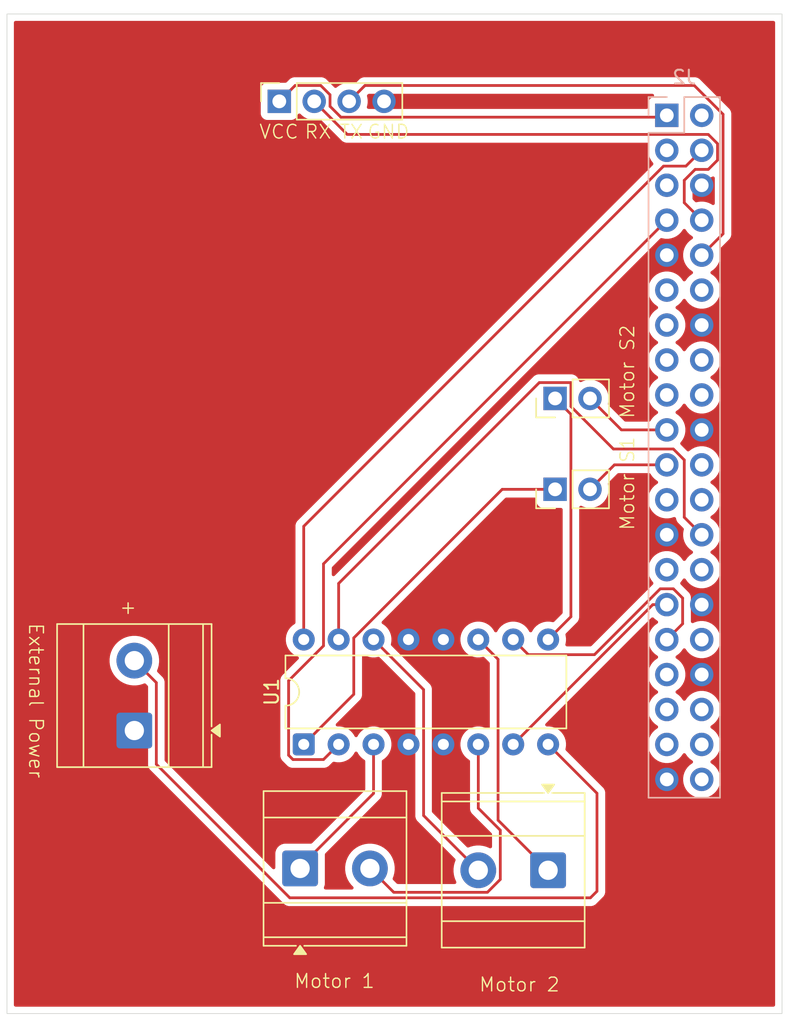
<source format=kicad_pcb>
(kicad_pcb (version 20241229) (generator "pcbnew") (generator_version "9.0")
  (layers (0 "F.Cu" signal) (2 "B.Cu" signal) (13 "F.Paste" user) (15 "B.Paste" user) (5 "F.SilkS" user "F.Silkscreen") (7 "B.SilkS" user "B.Silkscreen") (1 "F.Mask" user) (3 "B.Mask" user) (25 "Edge.Cuts" user))
  (net 0 "")
  (net 1 "GND")
  (net 2 "Net-(J8-Pin_2)")
  (net 3 "Net-(J9-Pin_1)")
  (net 4 "Net-(J9-Pin_2)")
  (net 5 "Net-(J10-Pin_2)")
  (net 6 "Net-(J10-Pin_1)")
  (net 7 "IN 3")
  (net 8 "Motor S1")
  (net 9 "Motor S2")
  (net 10 "IN 2")
  (net 11 "IN 1")
  (net 12 "Net-(U1-VCC1)")
  (net 13 "IN 4")
  (net 14 "Net-(J1-Pin_3)")
  (net 15 "Net-(J1-Pin_1)")
  (net 16 "Net-(J1-Pin_2)")
  (net 19 "Net-(J2-MISO_SPI0{slash}GPIO09)")
  (net 20 "Net-(J2-MOSI_SPI0{slash}GPIO10)")
  (footprint "Connector_PinHeader_2.54mm:PinHeader_1x02_P2.54mm_Vertical" (layer "F.Cu") (at 192.786 82.55 90)
    (property "Reference" "J6" (hide yes))
    (property "Value" "speed 1" (hide yes))
    (fp_line (start -1.38 -1.38) (end 0 -1.38) (stroke (width 0.12)) (layer "F.SilkS"))
    (fp_line (start -1.38 0) (end -1.38 -1.38) (stroke (width 0.12)) (layer "F.SilkS"))
    (fp_line (start 1.38 1.27) (end 1.38 3.92) (stroke (width 0.12)) (layer "F.SilkS"))
    (fp_line (start -1.38 1.27) (end 1.38 1.27) (stroke (width 0.12)) (layer "F.SilkS"))
    (fp_line (start -1.38 1.27) (end -1.38 3.92) (stroke (width 0.12)) (layer "F.SilkS"))
    (fp_line (start -1.38 3.92) (end 1.38 3.92) (stroke (width 0.12)) (layer "F.SilkS"))
    (pad "1" thru_hole rect (at 0 0 90) (size 1.7 1.7) (drill 1) (layers "*.Cu" "*.Mask") (net 8 "Motor S1"))
    (pad "2" thru_hole circle (at 0 2.54 90) (size 1.7 1.7) (drill 1) (layers "*.Cu" "*.Mask") (net 19 "Net-(J2-MISO_SPI0{slash}GPIO09)"))
  )
  (footprint "Connector_PinHeader_2.54mm:PinHeader_1x02_P2.54mm_Vertical" (layer "F.Cu") (at 192.786 75.946 90)
    (property "Reference" "J7" (hide yes))
    (property "Value" "speed 2" (hide yes))
    (fp_line (start -1.38 -1.38) (end 0 -1.38) (stroke (width 0.12)) (layer "F.SilkS"))
    (fp_line (start -1.38 0) (end -1.38 -1.38) (stroke (width 0.12)) (layer "F.SilkS"))
    (fp_line (start 1.38 1.27) (end 1.38 3.92) (stroke (width 0.12)) (layer "F.SilkS"))
    (fp_line (start -1.38 1.27) (end 1.38 1.27) (stroke (width 0.12)) (layer "F.SilkS"))
    (fp_line (start -1.38 1.27) (end -1.38 3.92) (stroke (width 0.12)) (layer "F.SilkS"))
    (fp_line (start -1.38 3.92) (end 1.38 3.92) (stroke (width 0.12)) (layer "F.SilkS"))
    (pad "1" thru_hole rect (at 0 0 90) (size 1.7 1.7) (drill 1) (layers "*.Cu" "*.Mask") (net 9 "Motor S2"))
    (pad "2" thru_hole circle (at 0 2.54 90) (size 1.7 1.7) (drill 1) (layers "*.Cu" "*.Mask") (net 20 "Net-(J2-MOSI_SPI0{slash}GPIO10)"))
  )
  (footprint "Package_DIP:DIP-16_W7.62mm" (layer "F.Cu") (at 174.498 101.087 90)
    (property "Reference" "U1" (at 3.81 -2.33 90) (layer "F.SilkS"))
    (property "Value" "L293D")
    (fp_line (start 6.46 -1.33) (end 4.81 -1.33) (stroke (width 0.12)) (layer "F.SilkS"))
    (fp_line (start 2.81 -1.33) (end 1.16 -1.33) (stroke (width 0.12)) (layer "F.SilkS"))
    (fp_line (start 1.16 -1.33) (end 1.16 19.11) (stroke (width 0.12)) (layer "F.SilkS"))
    (fp_line (start 6.46 19.11) (end 6.46 -1.33) (stroke (width 0.12)) (layer "F.SilkS"))
    (fp_line (start 1.16 19.11) (end 6.46 19.11) (stroke (width 0.12)) (layer "F.SilkS"))
    (fp_arc (start 4.81 -1.33) (mid 3.81 -0.33) (end 2.81 -1.33) (stroke (width 0.12)) (layer "F.SilkS"))
    (pad "1" thru_hole roundrect (at 0 0 90) (size 1.6 1.6) (drill 0.8) (layers "*.Cu" "*.Mask") (roundrect_rratio 0.15625) (net 8 "Motor S1"))
    (pad "2" thru_hole circle (at 0 2.54 90) (size 1.6 1.6) (drill 0.8) (layers "*.Cu" "*.Mask") (net 11 "IN 1"))
    (pad "3" thru_hole circle (at 0 5.08 90) (size 1.6 1.6) (drill 0.8) (layers "*.Cu" "*.Mask") (net 3 "Net-(J9-Pin_1)"))
    (pad "4" thru_hole circle (at 0 7.62 90) (size 1.6 1.6) (drill 0.8) (layers "*.Cu" "*.Mask") (net 1 "GND"))
    (pad "5" thru_hole circle (at 0 10.16 90) (size 1.6 1.6) (drill 0.8) (layers "*.Cu" "*.Mask") (net 1 "GND"))
    (pad "6" thru_hole circle (at 0 12.7 90) (size 1.6 1.6) (drill 0.8) (layers "*.Cu" "*.Mask") (net 4 "Net-(J9-Pin_2)"))
    (pad "7" thru_hole circle (at 0 15.24 90) (size 1.6 1.6) (drill 0.8) (layers "*.Cu" "*.Mask") (net 10 "IN 2"))
    (pad "8" thru_hole circle (at 0 17.78 90) (size 1.6 1.6) (drill 0.8) (layers "*.Cu" "*.Mask") (net 2 "Net-(J8-Pin_2)"))
    (pad "9" thru_hole circle (at 7.62 17.78 90) (size 1.6 1.6) (drill 0.8) (layers "*.Cu" "*.Mask") (net 9 "Motor S2"))
    (pad "10" thru_hole circle (at 7.62 15.24 90) (size 1.6 1.6) (drill 0.8) (layers "*.Cu" "*.Mask") (net 7 "IN 3"))
    (pad "11" thru_hole circle (at 7.62 12.7 90) (size 1.6 1.6) (drill 0.8) (layers "*.Cu" "*.Mask") (net 6 "Net-(J10-Pin_1)"))
    (pad "12" thru_hole circle (at 7.62 10.16 90) (size 1.6 1.6) (drill 0.8) (layers "*.Cu" "*.Mask") (net 1 "GND"))
    (pad "13" thru_hole circle (at 7.62 7.62 90) (size 1.6 1.6) (drill 0.8) (layers "*.Cu" "*.Mask") (net 1 "GND"))
    (pad "14" thru_hole circle (at 7.62 5.08 90) (size 1.6 1.6) (drill 0.8) (layers "*.Cu" "*.Mask") (net 5 "Net-(J10-Pin_2)"))
    (pad "15" thru_hole circle (at 7.62 2.54 90) (size 1.6 1.6) (drill 0.8) (layers "*.Cu" "*.Mask") (net 13 "IN 4"))
    (pad "16" thru_hole circle (at 7.62 0 90) (size 1.6 1.6) (drill 0.8) (layers "*.Cu" "*.Mask") (net 12 "Net-(U1-VCC1)"))
  )
  (footprint "TerminalBlock_MetzConnect:TerminalBlock_MetzConnect_Type073_RT02602HBLU_1x02_P5.08mm_Horizontal" (layer "F.Cu") (at 192.278 110.236 180)
    (property "Reference" "J10" (hide yes))
    (property "Value" "Motor 2" (hide yes))
    (fp_line (start 7.74 -5.62) (end 7.74 5.62) (stroke (width 0.12)) (layer "F.SilkS"))
    (fp_line (start 0.3 5.62) (end 7.74 5.62) (stroke (width 0.12)) (layer "F.SilkS"))
    (fp_line (start -2.66 5.62) (end -0.3 5.62) (stroke (width 0.12)) (layer "F.SilkS"))
    (fp_line (start -2.66 5) (end 7.74 5) (stroke (width 0.12)) (layer "F.SilkS"))
    (fp_line (start -2.66 2.5) (end 7.74 2.5) (stroke (width 0.12)) (layer "F.SilkS"))
    (fp_line (start -2.66 -3.7) (end 7.74 -3.7) (stroke (width 0.12)) (layer "F.SilkS"))
    (fp_line (start -2.66 -5.62) (end 7.74 -5.62) (stroke (width 0.12)) (layer "F.SilkS"))
    (fp_line (start -2.66 -5.62) (end -2.66 5.62) (stroke (width 0.12)) (layer "F.SilkS"))
    (fp_poly (pts (xy 0 5.62) (xy 0.44 6.23) (xy -0.44 6.23)) (stroke (width 0.12)) (fill yes) (layer "F.SilkS"))
    (pad "1" thru_hole roundrect (at 0 0 180) (size 2.6 2.6) (drill 1.4) (layers "*.Cu" "*.Mask") (roundrect_rratio 0.096154) (net 6 "Net-(J10-Pin_1)"))
    (pad "2" thru_hole circle (at 5.08 0 180) (size 2.6 2.6) (drill 1.4) (layers "*.Cu" "*.Mask") (net 5 "Net-(J10-Pin_2)"))
  )
  (footprint "TerminalBlock_MetzConnect:TerminalBlock_MetzConnect_Type073_RT02602HBLU_1x02_P5.08mm_Horizontal" (layer "F.Cu") (at 162.1735 100.081 90)
    (property "Reference" "J8" (hide yes))
    (property "Value" "power entry" (hide yes))
    (fp_line (start 7.74 -5.62) (end 7.74 5.62) (stroke (width 0.12)) (layer "F.SilkS"))
    (fp_line (start -2.66 -5.62) (end 7.74 -5.62) (stroke (width 0.12)) (layer "F.SilkS"))
    (fp_line (start -2.66 -5.62) (end -2.66 5.62) (stroke (width 0.12)) (layer "F.SilkS"))
    (fp_line (start -2.66 -3.7) (end 7.74 -3.7) (stroke (width 0.12)) (layer "F.SilkS"))
    (fp_line (start -2.66 2.5) (end 7.74 2.5) (stroke (width 0.12)) (layer "F.SilkS"))
    (fp_line (start -2.66 5) (end 7.74 5) (stroke (width 0.12)) (layer "F.SilkS"))
    (fp_line (start 0.3 5.62) (end 7.74 5.62) (stroke (width 0.12)) (layer "F.SilkS"))
    (fp_line (start -2.66 5.62) (end -0.3 5.62) (stroke (width 0.12)) (layer "F.SilkS"))
    (fp_poly (pts (xy 0 5.62) (xy 0.44 6.23) (xy -0.44 6.23)) (stroke (width 0.12)) (fill yes) (layer "F.SilkS"))
    (pad "1" thru_hole roundrect (at 0 0 90) (size 2.6 2.6) (drill 1.4) (layers "*.Cu" "*.Mask") (roundrect_rratio 0.096154) (net 1 "GND"))
    (pad "2" thru_hole circle (at 5.08 0 90) (size 2.6 2.6) (drill 1.4) (layers "*.Cu" "*.Mask") (net 2 "Net-(J8-Pin_2)"))
  )
  (footprint "TerminalBlock_MetzConnect:TerminalBlock_MetzConnect_Type073_RT02602HBLU_1x02_P5.08mm_Horizontal" (layer "F.Cu") (at 174.234 110.1035)
    (property "Reference" "J9" (hide yes))
    (property "Value" "Motor 1" (hide yes))
    (fp_line (start -2.66 -5.62) (end -2.66 5.62) (stroke (width 0.12)) (layer "F.SilkS"))
    (fp_line (start -2.66 -5.62) (end 7.74 -5.62) (stroke (width 0.12)) (layer "F.SilkS"))
    (fp_line (start -2.66 -3.7) (end 7.74 -3.7) (stroke (width 0.12)) (layer "F.SilkS"))
    (fp_line (start -2.66 2.5) (end 7.74 2.5) (stroke (width 0.12)) (layer "F.SilkS"))
    (fp_line (start -2.66 5) (end 7.74 5) (stroke (width 0.12)) (layer "F.SilkS"))
    (fp_line (start -2.66 5.62) (end -0.3 5.62) (stroke (width 0.12)) (layer "F.SilkS"))
    (fp_line (start 0.3 5.62) (end 7.74 5.62) (stroke (width 0.12)) (layer "F.SilkS"))
    (fp_line (start 7.74 -5.62) (end 7.74 5.62) (stroke (width 0.12)) (layer "F.SilkS"))
    (fp_poly (pts (xy 0 5.62) (xy 0.44 6.23) (xy -0.44 6.23)) (stroke (width 0.12)) (fill yes) (layer "F.SilkS"))
    (pad "1" thru_hole roundrect (at 0 0) (size 2.6 2.6) (drill 1.4) (layers "*.Cu" "*.Mask") (roundrect_rratio 0.096154) (net 3 "Net-(J9-Pin_1)"))
    (pad "2" thru_hole circle (at 5.08 0) (size 2.6 2.6) (drill 1.4) (layers "*.Cu" "*.Mask") (net 4 "Net-(J9-Pin_2)"))
  )
  (footprint "Connector_PinSocket_2.54mm:PinSocket_1x04_P2.54mm_Vertical" (layer "F.Cu") (at 172.72 54.356 90)
    (property "Reference" "J1" (hide yes))
    (property "Value" "Conn_01x04_Socket" (hide yes))
    (fp_line (start 1.33 -1.33) (end 1.33 0) (stroke (width 0.12)) (layer "F.SilkS"))
    (fp_line (start 0 -1.33) (end 1.33 -1.33) (stroke (width 0.12)) (layer "F.SilkS"))
    (fp_line (start 1.33 1.27) (end 1.33 8.95) (stroke (width 0.12)) (layer "F.SilkS"))
    (fp_line (start -1.33 1.27) (end 1.33 1.27) (stroke (width 0.12)) (layer "F.SilkS"))
    (fp_line (start -1.33 1.27) (end -1.33 8.95) (stroke (width 0.12)) (layer "F.SilkS"))
    (fp_line (start -1.33 8.95) (end 1.33 8.95) (stroke (width 0.12)) (layer "F.SilkS"))
    (pad "1" thru_hole rect (at 0 0 90) (size 1.7 1.7) (drill 1) (layers "*.Cu" "*.Mask") (net 15 "Net-(J1-Pin_1)"))
    (pad "2" thru_hole circle (at 0 2.54 90) (size 1.7 1.7) (drill 1) (layers "*.Cu" "*.Mask") (net 16 "Net-(J1-Pin_2)"))
    (pad "3" thru_hole circle (at 0 5.08 90) (size 1.7 1.7) (drill 1) (layers "*.Cu" "*.Mask") (net 14 "Net-(J1-Pin_3)"))
    (pad "4" thru_hole circle (at 0 7.62 90) (size 1.7 1.7) (drill 1) (layers "*.Cu" "*.Mask") (net 1 "GND"))
  )
  (footprint "Connector_PinSocket_2.54mm:PinSocket_2x20_P2.54mm_Vertical" (layer "B.Cu") (at 200.914 55.372 180)
    (property "Reference" "J2" (at -1.27 2.77 0) (layer "B.SilkS") (effects (justify mirror)))
    (property "Value" "Raspberry_Pi_4")
    (fp_line (start 1.33 1.33) (end 1.33 0) (stroke (width 0.12)) (layer "B.SilkS"))
    (fp_line (start 1.33 -1.27) (end 1.33 -49.59) (stroke (width 0.12)) (layer "B.SilkS"))
    (fp_line (start 0 1.33) (end 1.33 1.33) (stroke (width 0.12)) (layer "B.SilkS"))
    (fp_line (start -1.27 1.33) (end -1.27 -1.27) (stroke (width 0.12)) (layer "B.SilkS"))
    (fp_line (start -1.27 -1.27) (end 1.33 -1.27) (stroke (width 0.12)) (layer "B.SilkS"))
    (fp_line (start -3.87 1.33) (end -1.27 1.33) (stroke (width 0.12)) (layer "B.SilkS"))
    (fp_line (start -3.87 1.33) (end -3.87 -49.59) (stroke (width 0.12)) (layer "B.SilkS"))
    (fp_line (start -3.87 -49.59) (end 1.33 -49.59) (stroke (width 0.12)) (layer "B.SilkS"))
    (pad "1" thru_hole rect (at 0 0 180) (size 1.7 1.7) (drill 1) (layers "*.Cu" "*.Mask") (net 15 "Net-(J1-Pin_1)"))
    (pad "2" thru_hole circle (at -2.54 0 180) (size 1.7 1.7) (drill 1) (layers "*.Cu" "*.Mask") (net 12 "Net-(U1-VCC1)"))
    (pad "3" thru_hole circle (at 0 -2.54 180) (size 1.7 1.7) (drill 1) (layers "*.Cu" "*.Mask"))
    (pad "4" thru_hole circle (at -2.54 -2.54 180) (size 1.7 1.7) (drill 1) (layers "*.Cu" "*.Mask") (net 12 "Net-(U1-VCC1)"))
    (pad "5" thru_hole circle (at 0 -5.08 180) (size 1.7 1.7) (drill 1) (layers "*.Cu" "*.Mask"))
    (pad "6" thru_hole circle (at -2.54 -5.08 180) (size 1.7 1.7) (drill 1) (layers "*.Cu" "*.Mask") (net 1 "GND"))
    (pad "7" thru_hole circle (at 0 -7.62 180) (size 1.7 1.7) (drill 1) (layers "*.Cu" "*.Mask") (net 11 "IN 1"))
    (pad "8" thru_hole circle (at -2.54 -7.62 180) (size 1.7 1.7) (drill 1) (layers "*.Cu" "*.Mask") (net 16 "Net-(J1-Pin_2)"))
    (pad "9" thru_hole circle (at 0 -10.16 180) (size 1.7 1.7) (drill 1) (layers "*.Cu" "*.Mask") (net 1 "GND"))
    (pad "10" thru_hole circle (at -2.54 -10.16 180) (size 1.7 1.7) (drill 1) (layers "*.Cu" "*.Mask") (net 14 "Net-(J1-Pin_3)"))
    (pad "11" thru_hole circle (at 0 -12.7 180) (size 1.7 1.7) (drill 1) (layers "*.Cu" "*.Mask"))
    (pad "12" thru_hole circle (at -2.54 -12.7 180) (size 1.7 1.7) (drill 1) (layers "*.Cu" "*.Mask"))
    (pad "13" thru_hole circle (at 0 -15.24 180) (size 1.7 1.7) (drill 1) (layers "*.Cu" "*.Mask"))
    (pad "14" thru_hole circle (at -2.54 -15.24 180) (size 1.7 1.7) (drill 1) (layers "*.Cu" "*.Mask") (net 1 "GND"))
    (pad "15" thru_hole circle (at 0 -17.78 180) (size 1.7 1.7) (drill 1) (layers "*.Cu" "*.Mask"))
    (pad "16" thru_hole circle (at -2.54 -17.78 180) (size 1.7 1.7) (drill 1) (layers "*.Cu" "*.Mask"))
    (pad "17" thru_hole circle (at 0 -20.32 180) (size 1.7 1.7) (drill 1) (layers "*.Cu" "*.Mask") (net 15 "Net-(J1-Pin_1)"))
    (pad "18" thru_hole circle (at -2.54 -20.32 180) (size 1.7 1.7) (drill 1) (layers "*.Cu" "*.Mask"))
    (pad "19" thru_hole circle (at 0 -22.86 180) (size 1.7 1.7) (drill 1) (layers "*.Cu" "*.Mask") (net 20 "Net-(J2-MOSI_SPI0{slash}GPIO10)"))
    (pad "20" thru_hole circle (at -2.54 -22.86 180) (size 1.7 1.7) (drill 1) (layers "*.Cu" "*.Mask") (net 1 "GND"))
    (pad "21" thru_hole circle (at 0 -25.4 180) (size 1.7 1.7) (drill 1) (layers "*.Cu" "*.Mask") (net 19 "Net-(J2-MISO_SPI0{slash}GPIO09)"))
    (pad "22" thru_hole circle (at -2.54 -25.4 180) (size 1.7 1.7) (drill 1) (layers "*.Cu" "*.Mask"))
    (pad "23" thru_hole circle (at 0 -27.94 180) (size 1.7 1.7) (drill 1) (layers "*.Cu" "*.Mask"))
    (pad "24" thru_hole circle (at -2.54 -27.94 180) (size 1.7 1.7) (drill 1) (layers "*.Cu" "*.Mask"))
    (pad "25" thru_hole circle (at 0 -30.48 180) (size 1.7 1.7) (drill 1) (layers "*.Cu" "*.Mask") (net 1 "GND"))
    (pad "26" thru_hole circle (at -2.54 -30.48 180) (size 1.7 1.7) (drill 1) (layers "*.Cu" "*.Mask") (net 13 "IN 4"))
    (pad "27" thru_hole circle (at 0 -33.02 180) (size 1.7 1.7) (drill 1) (layers "*.Cu" "*.Mask"))
    (pad "28" thru_hole circle (at -2.54 -33.02 180) (size 1.7 1.7) (drill 1) (layers "*.Cu" "*.Mask"))
    (pad "29" thru_hole circle (at 0 -35.56 180) (size 1.7 1.7) (drill 1) (layers "*.Cu" "*.Mask") (net 10 "IN 2"))
    (pad "30" thru_hole circle (at -2.54 -35.56 180) (size 1.7 1.7) (drill 1) (layers "*.Cu" "*.Mask") (net 1 "GND"))
    (pad "31" thru_hole circle (at 0 -38.1 180) (size 1.7 1.7) (drill 1) (layers "*.Cu" "*.Mask") (net 7 "IN 3"))
    (pad "32" thru_hole circle (at -2.54 -38.1 180) (size 1.7 1.7) (drill 1) (layers "*.Cu" "*.Mask"))
    (pad "33" thru_hole circle (at 0 -40.64 180) (size 1.7 1.7) (drill 1) (layers "*.Cu" "*.Mask"))
    (pad "34" thru_hole circle (at -2.54 -40.64 180) (size 1.7 1.7) (drill 1) (layers "*.Cu" "*.Mask") (net 1 "GND"))
    (pad "35" thru_hole circle (at 0 -43.18 180) (size 1.7 1.7) (drill 1) (layers "*.Cu" "*.Mask"))
    (pad "36" thru_hole circle (at -2.54 -43.18 180) (size 1.7 1.7) (drill 1) (layers "*.Cu" "*.Mask"))
    (pad "37" thru_hole circle (at 0 -45.72 180) (size 1.7 1.7) (drill 1) (layers "*.Cu" "*.Mask"))
    (pad "38" thru_hole circle (at -2.54 -45.72 180) (size 1.7 1.7) (drill 1) (layers "*.Cu" "*.Mask"))
    (pad "39" thru_hole circle (at 0 -48.26 180) (size 1.7 1.7) (drill 1) (layers "*.Cu" "*.Mask") (net 1 "GND"))
    (pad "40" thru_hole circle (at -2.54 -48.26 180) (size 1.7 1.7) (drill 1) (layers "*.Cu" "*.Mask"))
  )
  (gr_rect (start 152.908 48.006) (end 209.296 120.65) (stroke (width 0.05)) (fill no) (layer "Edge.Cuts"))
  (gr_text "Motor 2\n" (at 187.198 119.126 0) (layer "F.SilkS") (effects (font (size 1 1) (thickness 0.1)) (justify left bottom)))
  (gr_text "Motor 1\n" (at 173.736 118.872 0) (layer "F.SilkS") (effects (font (size 1 1) (thickness 0.1)) (justify left bottom)))
  (gr_text "TX" (at 177.038 57.15 0) (layer "F.SilkS") (effects (font (size 1 1) (thickness 0.1)) (justify left bottom)))
  (gr_text "+\n" (at 161.036 91.694 0) (layer "F.SilkS") (effects (font (size 1 1) (thickness 0.1)) (justify left bottom)))
  (gr_text "Motor S1" (at 198.628 85.598 90) (layer "F.SilkS") (effects (font (size 1 1) (thickness 0.1)) (justify left bottom)))
  (gr_text "VCC" (at 171.196 57.15 0) (layer "F.SilkS") (effects (font (size 1 1) (thickness 0.1)) (justify left bottom)))
  (gr_text "RX" (at 174.498 57.15 0) (layer "F.SilkS") (effects (font (size 1 1) (thickness 0.1)) (justify left bottom)))
  (gr_text "Motor S2\n" (at 198.628 77.47 90) (layer "F.SilkS") (effects (font (size 1 1) (thickness 0.1)) (justify left bottom)))
  (gr_text "GND" (at 179.07 57.15 0) (layer "F.SilkS") (effects (font (size 1 1) (thickness 0.1)) (justify left bottom)))
  (gr_text "External Power" (at 154.432 92.202 270) (layer "F.SilkS") (effects (font (size 1 1) (thickness 0.1)) (justify left bottom)))
  (segment (start 173.48234 112.238) (end 195.356 112.238) (width 0.2) (layer "F.Cu") (net 2))
  (segment (start 195.356 112.238) (end 195.834 111.76) (width 0.2) (layer "F.Cu") (net 2))
  (segment (start 163.7745 96.602) (end 163.7745 102.53016) (width 0.2) (layer "F.Cu") (net 2))
  (segment (start 195.834 104.643) (end 192.278 101.087) (width 0.2) (layer "F.Cu") (net 2))
  (segment (start 195.834 111.76) (end 195.834 104.643) (width 0.2) (layer "F.Cu") (net 2))
  (segment (start 162.1735 95.001) (end 163.7745 96.602) (width 0.2) (layer "F.Cu") (net 2))
  (segment (start 163.7745 102.53016) (end 173.48234 112.238) (width 0.2) (layer "F.Cu") (net 2))
  (segment (start 174.234 109.992) (end 179.578 104.648) (width 0.2) (layer "F.Cu") (net 3))
  (segment (start 174.234 110.1035) (end 174.234 109.992) (width 0.2) (layer "F.Cu") (net 3))
  (segment (start 179.578 104.648) (end 179.578 101.087) (width 0.2) (layer "F.Cu") (net 3))
  (segment (start 187.861156 111.837) (end 188.799 110.899156) (width 0.2) (layer "F.Cu") (net 4))
  (segment (start 181.0475 111.837) (end 187.861156 111.837) (width 0.2) (layer "F.Cu") (net 4))
  (segment (start 188.799 107.3241) (end 187.198 105.7231) (width 0.2) (layer "F.Cu") (net 4))
  (segment (start 187.198 105.7231) (end 187.198 101.087) (width 0.2) (layer "F.Cu") (net 4))
  (segment (start 188.799 110.899156) (end 188.799 107.3241) (width 0.2) (layer "F.Cu") (net 4))
  (segment (start 179.314 110.1035) (end 181.0475 111.837) (width 0.2) (layer "F.Cu") (net 4))
  (segment (start 183.219 97.108) (end 179.578 93.467) (width 0.2) (layer "F.Cu") (net 5))
  (segment (start 183.219 106.257) (end 183.219 97.108) (width 0.2) (layer "F.Cu") (net 5))
  (segment (start 187.198 110.236) (end 183.219 106.257) (width 0.2) (layer "F.Cu") (net 5))
  (segment (start 188.637 94.906) (end 187.198 93.467) (width 0.2) (layer "F.Cu") (net 6))
  (segment (start 188.637 106.595) (end 188.637 94.906) (width 0.2) (layer "F.Cu") (net 6))
  (segment (start 192.278 110.236) (end 188.637 106.595) (width 0.2) (layer "F.Cu") (net 6))
  (segment (start 189.738 93.467) (end 190.839 94.568) (width 0.2) (layer "F.Cu") (net 7))
  (segment (start 201.39076 89.781) (end 202.065 90.45524) (width 0.2) (layer "F.Cu") (net 7))
  (segment (start 200.43724 89.781) (end 201.39076 89.781) (width 0.2) (layer "F.Cu") (net 7))
  (segment (start 202.065 90.45524) (end 202.065 92.321) (width 0.2) (layer "F.Cu") (net 7))
  (segment (start 195.65024 94.568) (end 200.43724 89.781) (width 0.2) (layer "F.Cu") (net 7))
  (segment (start 190.839 94.568) (end 195.65024 94.568) (width 0.2) (layer "F.Cu") (net 7))
  (segment (start 202.065 92.321) (end 200.914 93.472) (width 0.2) (layer "F.Cu") (net 7))
  (segment (start 188.93795 82.55) (end 178.139 93.34895) (width 0.2) (layer "F.Cu") (net 8))
  (segment (start 178.139 93.34895) (end 178.139 97.446) (width 0.2) (layer "F.Cu") (net 8))
  (segment (start 192.786 82.55) (end 188.93795 82.55) (width 0.2) (layer "F.Cu") (net 8))
  (segment (start 178.139 97.446) (end 174.498 101.087) (width 0.2) (layer "F.Cu") (net 8))
  (segment (start 193.937 91.808) (end 192.278 93.467) (width 0.2) (layer "F.Cu") (net 9))
  (segment (start 192.786 75.946) (end 193.937 77.097) (width 0.2) (layer "F.Cu") (net 9))
  (segment (start 193.937 77.097) (end 193.937 91.808) (width 0.2) (layer "F.Cu") (net 9))
  (segment (start 189.738 101.087) (end 199.893 90.932) (width 0.2) (layer "F.Cu") (net 10))
  (segment (start 199.893 90.932) (end 200.914 90.932) (width 0.2) (layer "F.Cu") (net 10))
  (segment (start 175.937 102.188) (end 173.71284 102.188) (width 0.2) (layer "F.Cu") (net 11))
  (segment (start 177.038 101.087) (end 175.937 102.188) (width 0.2) (layer "F.Cu") (net 11))
  (segment (start 175.937 87.969) (end 200.914 62.992) (width 0.2) (layer "F.Cu") (net 11))
  (segment (start 173.397 96.46305) (end 175.937 93.92305) (width 0.2) (layer "F.Cu") (net 11))
  (segment (start 173.397 101.87216) (end 173.397 96.46305) (width 0.2) (layer "F.Cu") (net 11))
  (segment (start 175.937 93.92305) (end 175.937 87.969) (width 0.2) (layer "F.Cu") (net 11))
  (segment (start 173.71284 102.188) (end 173.397 101.87216) (width 0.2) (layer "F.Cu") (net 11))
  (segment (start 200.67524 59.063) (end 202.303 59.063) (width 0.2) (layer "F.Cu") (net 12))
  (segment (start 202.303 59.063) (end 203.454 57.912) (width 0.2) (layer "F.Cu") (net 12))
  (segment (start 174.498 85.24024) (end 200.67524 59.063) (width 0.2) (layer "F.Cu") (net 12))
  (segment (start 174.498 93.467) (end 174.498 85.24024) (width 0.2) (layer "F.Cu") (net 12))
  (segment (start 201.39076 79.621) (end 202.184 80.41424) (width 0.2) (layer "F.Cu") (net 13))
  (segment (start 193.937 76.5299) (end 197.0281 79.621) (width 0.2) (layer "F.Cu") (net 13))
  (segment (start 177.038 89.392) (end 191.635 74.795) (width 0.2) (layer "F.Cu") (net 13))
  (segment (start 177.038 93.467) (end 177.038 89.392) (width 0.2) (layer "F.Cu") (net 13))
  (segment (start 202.184 80.41424) (end 202.184 84.582) (width 0.2) (layer "F.Cu") (net 13))
  (segment (start 193.937 74.795) (end 193.937 76.5299) (width 0.2) (layer "F.Cu") (net 13))
  (segment (start 197.0281 79.621) (end 201.39076 79.621) (width 0.2) (layer "F.Cu") (net 13))
  (segment (start 202.184 84.582) (end 203.454 85.852) (width 0.2) (layer "F.Cu") (net 13))
  (segment (start 191.635 74.795) (end 193.937 74.795) (width 0.2) (layer "F.Cu") (net 13))
  (segment (start 205.006 63.98) (end 203.454 65.532) (width 0.2) (layer "F.Cu") (net 14))
  (segment (start 205.006 55.29624) (end 205.006 63.98) (width 0.2) (layer "F.Cu") (net 14))
  (segment (start 202.91476 53.205) (end 205.006 55.29624) (width 0.2) (layer "F.Cu") (net 14))
  (segment (start 177.8 54.356) (end 178.951 53.205) (width 0.2) (layer "F.Cu") (net 14))
  (segment (start 178.951 53.205) (end 202.91476 53.205) (width 0.2) (layer "F.Cu") (net 14))
  (segment (start 176.411 54.717) (end 177.201 55.507) (width 0.2) (layer "F.Cu") (net 15))
  (segment (start 176.411 53.87924) (end 176.411 54.717) (width 0.2) (layer "F.Cu") (net 15))
  (segment (start 200.779 55.507) (end 200.914 55.372) (width 0.2) (layer "F.Cu") (net 15))
  (segment (start 175.73676 53.205) (end 176.411 53.87924) (width 0.2) (layer "F.Cu") (net 15))
  (segment (start 177.201 55.507) (end 200.779 55.507) (width 0.2) (layer "F.Cu") (net 15))
  (segment (start 172.72 54.356) (end 173.871 53.205) (width 0.2) (layer "F.Cu") (net 15))
  (segment (start 173.871 53.205) (end 175.73676 53.205) (width 0.2) (layer "F.Cu") (net 15))
  (segment (start 203.93076 56.761) (end 204.605 57.43524) (width 0.2) (layer "F.Cu") (net 16))
  (segment (start 204.605 57.43524) (end 204.605 58.62676) (width 0.2) (layer "F.Cu") (net 16))
  (segment (start 202.184 60.09424) (end 202.184 61.722) (width 0.2) (layer "F.Cu") (net 16))
  (segment (start 177.665 56.761) (end 203.93076 56.761) (width 0.2) (layer "F.Cu") (net 16))
  (segment (start 202.184 61.722) (end 203.454 62.992) (width 0.2) (layer "F.Cu") (net 16))
  (segment (start 204.605 58.62676) (end 203.93076 59.301) (width 0.2) (layer "F.Cu") (net 16))
  (segment (start 175.26 54.356) (end 177.665 56.761) (width 0.2) (layer "F.Cu") (net 16))
  (segment (start 203.93076 59.301) (end 202.97724 59.301) (width 0.2) (layer "F.Cu") (net 16))
  (segment (start 202.97724 59.301) (end 202.184 60.09424) (width 0.2) (layer "F.Cu") (net 16))
  (segment (start 195.326 82.55) (end 197.104 80.772) (width 0.2) (layer "F.Cu") (net 19))
  (segment (start 197.104 80.772) (end 200.914 80.772) (width 0.2) (layer "F.Cu") (net 19))
  (segment (start 197.612 78.232) (end 200.914 78.232) (width 0.2) (layer "F.Cu") (net 20))
  (segment (start 195.326 75.946) (end 197.612 78.232) (width 0.2) (layer "F.Cu") (net 20))
  (zone (net 1) (net_name "GND") (layer "F.Cu") (connect_pads yes (clearance 0.5)) (min_thickness 0.25) (fill yes (thermal_gap 0.5) (thermal_bridge_width 0.5))
    (polygon (pts (xy 152.4 47.244) (xy 152.4 121.412) (xy 209.804 121.412) (xy 209.804 46.99)))
  )
)
</source>
